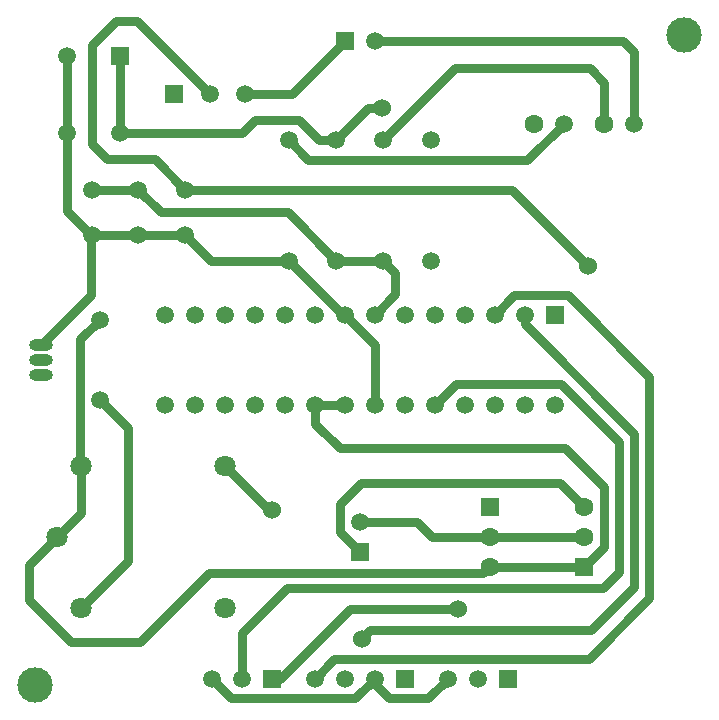
<source format=gbl>
G04 Layer_Physical_Order=2*
G04 Layer_Color=16711680*
%FSLAX25Y25*%
%MOIN*%
G70*
G01*
G75*
%ADD10C,0.03000*%
%ADD11R,0.06299X0.06299*%
%ADD12C,0.06299*%
%ADD13C,0.05906*%
%ADD14R,0.05906X0.05906*%
%ADD15R,0.05906X0.05906*%
%ADD16O,0.07874X0.03937*%
%ADD17O,0.07874X0.03937*%
%ADD18C,0.07087*%
%ADD19C,0.06299*%
%ADD20C,0.11811*%
%ADD21C,0.05984*%
%ADD22R,0.05984X0.05984*%
%ADD23C,0.06000*%
D10*
X28543Y174803D02*
X44291D01*
X110236Y151181D02*
X125984D01*
X103110Y103110D02*
X113110D01*
X161417Y49055D02*
X192913D01*
X28543Y159843D02*
X44291D01*
X60039D01*
X118110Y63976D02*
X137300D01*
X142221Y59055D01*
X161417D01*
X192913D01*
X68740Y11811D02*
X75251Y5300D01*
X116599D01*
X123110Y11811D01*
X113110Y133110D02*
X123110Y123110D01*
Y103110D02*
Y123110D01*
X184869Y77100D02*
X192913Y69055D01*
X118700Y77100D02*
X184869D01*
X111600Y70000D02*
X118700Y77100D01*
X111600Y60644D02*
Y70000D01*
Y60644D02*
X118110Y54134D01*
X78740Y11811D02*
Y27000D01*
X143110Y103110D02*
X150100Y110100D01*
X186700Y88600D02*
X199600Y75700D01*
Y55742D02*
Y75700D01*
X192913Y49055D02*
X199600Y55742D01*
X174055Y184803D02*
X186102Y196850D01*
X101024Y184803D02*
X174055D01*
X94488Y191339D02*
X101024Y184803D01*
X199724Y196850D02*
Y210525D01*
X194997Y215253D02*
X199724Y210525D01*
X149898Y215253D02*
X194997D01*
X125984Y191339D02*
X149898Y215253D01*
X103110Y11811D02*
X109699Y18400D01*
X163110Y133110D02*
X169600Y139600D01*
X209724Y196850D02*
Y220685D01*
X206000Y224409D02*
X209724Y220685D01*
X123110Y224409D02*
X206000D01*
X60039Y159843D02*
X68701Y151181D01*
X94488D01*
X110236Y191339D02*
X120998Y202100D01*
X125600D01*
X173110Y130000D02*
X209600Y93510D01*
X173110Y130000D02*
Y133110D01*
X44291Y174803D02*
X51795Y167300D01*
X94117D01*
X110236Y151181D01*
X109699Y18400D02*
X194400D01*
X214600Y38600D01*
X140969Y5300D02*
X147480Y11811D01*
X128000Y5300D02*
X140969D01*
X209600Y42400D02*
Y93510D01*
X185246Y110100D02*
X204600Y90746D01*
X150100Y110100D02*
X185246D01*
X204600Y47400D02*
Y90746D01*
X187476Y139600D02*
X214600Y112476D01*
X169600Y139600D02*
X187476D01*
X214600Y38600D02*
Y112476D01*
X123110Y10190D02*
Y11811D01*
Y10190D02*
X128000Y5300D01*
X41000Y51236D02*
Y95319D01*
X25197Y35433D02*
X41000Y51236D01*
X31496Y104823D02*
X41000Y95319D01*
X17323Y59055D02*
X25197Y66929D01*
X38386Y193898D02*
Y219488D01*
X20669Y193898D02*
Y219488D01*
Y167717D02*
Y193898D01*
Y167717D02*
X28543Y159843D01*
X25043Y124945D02*
X31496Y131398D01*
X25043Y82677D02*
Y124945D01*
X25197Y66929D02*
Y82677D01*
X103110Y96890D02*
Y103110D01*
Y96890D02*
X111400Y88600D01*
X186700D01*
X49843Y185000D02*
X60039Y174803D01*
X34000Y185000D02*
X49843D01*
X29000Y190000D02*
X34000Y185000D01*
X29000Y190000D02*
Y223000D01*
X37000Y231000D01*
X22000Y24000D02*
X45000D01*
X8000Y38000D02*
X22000Y24000D01*
X8000Y38000D02*
Y49732D01*
X17323Y59055D01*
X38386Y193898D02*
X78898D01*
X83200Y198200D01*
X97800D01*
X104661Y191339D01*
X110236D01*
X119000Y25000D02*
Y25500D01*
X73228Y82677D02*
X87906Y68000D01*
X89000D01*
X119000Y25500D02*
X121500Y28000D01*
X195200D02*
X209600Y42400D01*
X121500Y28000D02*
X195200D01*
X114729Y35000D02*
X151000D01*
X88740Y11811D02*
X91540D01*
X114729Y35000D01*
X78740Y27000D02*
X93740Y42000D01*
X199200D01*
X204600Y47400D01*
X45000Y24000D02*
X68000Y47000D01*
X159362D01*
X161417Y49055D01*
X28543Y139843D02*
Y159843D01*
X11811Y123110D02*
X28543Y139843D01*
X130000Y140000D02*
Y147165D01*
X123110Y133110D02*
X130000Y140000D01*
X125984Y151181D02*
X130000Y147165D01*
X94488Y151181D02*
X112559Y133110D01*
X113110D01*
X60039Y174803D02*
X168797D01*
X194100Y149500D01*
X43803Y231000D02*
X68110Y206693D01*
X37000Y231000D02*
X43803D01*
X79921Y206693D02*
X95394D01*
X113110Y224410D01*
D11*
X192913Y49055D02*
D03*
X161417Y69055D02*
D03*
D12*
X192913Y59055D02*
D03*
Y69055D02*
D03*
X161417Y59055D02*
D03*
Y49055D02*
D03*
D13*
X118110Y63976D02*
D03*
X173110Y133110D02*
D03*
X163110D02*
D03*
X153110D02*
D03*
X143110D02*
D03*
X133110D02*
D03*
X123110D02*
D03*
X113110D02*
D03*
X103110D02*
D03*
X93110D02*
D03*
X83110D02*
D03*
X73110D02*
D03*
X63110D02*
D03*
X53110D02*
D03*
Y103110D02*
D03*
X63110D02*
D03*
X73110D02*
D03*
X83110D02*
D03*
X93110D02*
D03*
X103110D02*
D03*
X113110D02*
D03*
X123110D02*
D03*
X133110D02*
D03*
X143110D02*
D03*
X153110D02*
D03*
X163110D02*
D03*
X173110D02*
D03*
X183110D02*
D03*
X79921Y206693D02*
D03*
X68110D02*
D03*
X186102Y196850D02*
D03*
X209724D02*
D03*
X28740Y174803D02*
D03*
Y159843D02*
D03*
X44094D02*
D03*
Y174803D02*
D03*
X59842D02*
D03*
Y159843D02*
D03*
X94488Y151181D02*
D03*
Y191339D02*
D03*
X110236Y151181D02*
D03*
Y191339D02*
D03*
X141732Y151181D02*
D03*
Y191339D02*
D03*
X125984Y151181D02*
D03*
Y191339D02*
D03*
X20669Y219488D02*
D03*
Y193898D02*
D03*
X38386D02*
D03*
X31496Y131398D02*
D03*
Y104823D02*
D03*
D14*
X118110Y54134D02*
D03*
X38386Y219488D02*
D03*
D15*
X183110Y133110D02*
D03*
X56299Y206693D02*
D03*
D16*
X11811Y123110D02*
D03*
Y113110D02*
D03*
D17*
Y118110D02*
D03*
D18*
X17323Y59055D02*
D03*
X25197Y35433D02*
D03*
Y82677D02*
D03*
X73228Y35433D02*
D03*
Y82677D02*
D03*
D19*
X176102Y196850D02*
D03*
X199724D02*
D03*
D20*
X9843Y9843D02*
D03*
X226378Y226378D02*
D03*
D21*
X123110Y224410D02*
D03*
X103110Y11811D02*
D03*
X113110D02*
D03*
X123110D02*
D03*
X78740D02*
D03*
X68740D02*
D03*
X157480D02*
D03*
X147480D02*
D03*
D22*
X113110Y224410D02*
D03*
X133110Y11811D02*
D03*
X88740D02*
D03*
X167480D02*
D03*
D23*
X125600Y202100D02*
D03*
X194100Y149500D02*
D03*
X119000Y25000D02*
D03*
X89000Y68000D02*
D03*
X151000Y35000D02*
D03*
M02*

</source>
